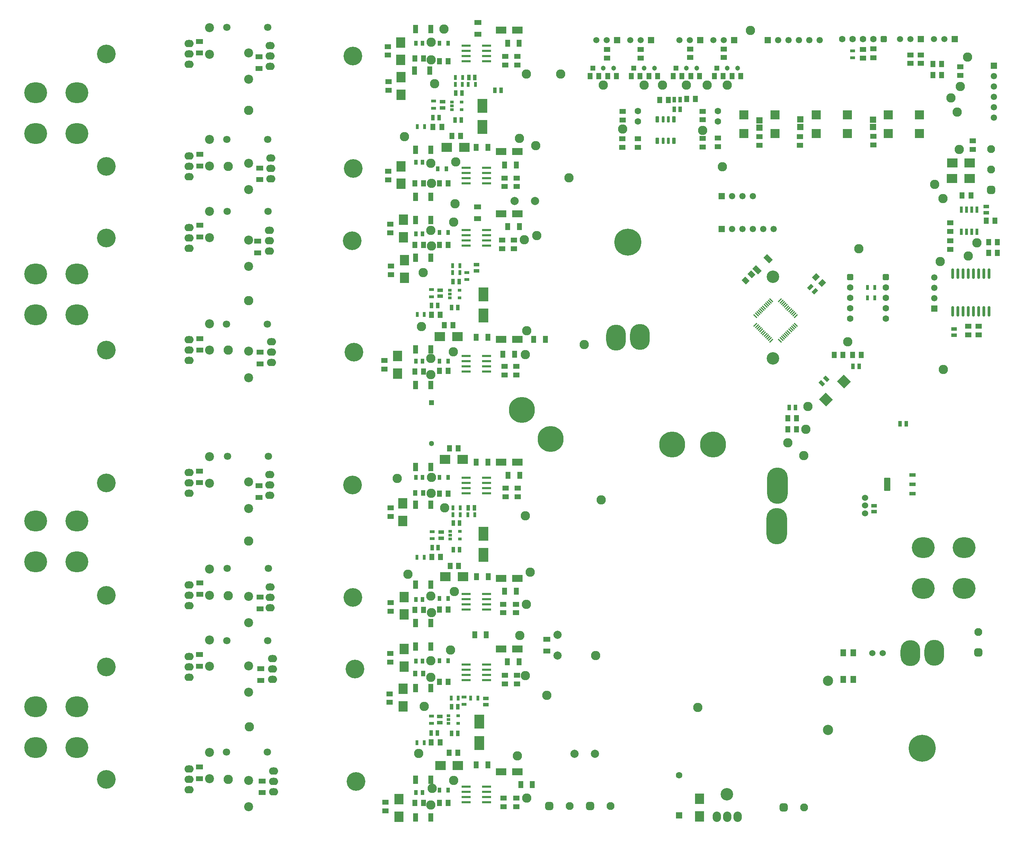
<source format=gbr>
%TF.GenerationSoftware,Altium Limited,Altium Designer,21.6.4 (81)*%
G04 Layer_Color=255*
%FSLAX43Y43*%
%MOMM*%
%TF.SameCoordinates,B094594F-E5AE-4C03-B854-EF891E02AD71*%
%TF.FilePolarity,Positive*%
%TF.FileFunction,Pads,Bot*%
%TF.Part,Single*%
G01*
G75*
%TA.AperFunction,SMDPad,CuDef*%
%ADD18R,1.350X0.950*%
%ADD19R,1.508X1.157*%
%TA.AperFunction,ComponentPad*%
%ADD56C,2.286*%
%ADD57C,2.000*%
%ADD58C,1.950*%
G04:AMPARAMS|DCode=59|XSize=1.95mm|YSize=1.95mm|CornerRadius=0.488mm|HoleSize=0mm|Usage=FLASHONLY|Rotation=90.000|XOffset=0mm|YOffset=0mm|HoleType=Round|Shape=RoundedRectangle|*
%AMROUNDEDRECTD59*
21,1,1.950,0.975,0,0,90.0*
21,1,0.975,1.950,0,0,90.0*
1,1,0.975,0.488,0.488*
1,1,0.975,0.488,-0.488*
1,1,0.975,-0.488,-0.488*
1,1,0.975,-0.488,0.488*
%
%ADD59ROUNDEDRECTD59*%
%ADD60C,1.800*%
%ADD61C,2.200*%
%ADD62C,1.550*%
%ADD63R,1.550X1.550*%
%ADD64R,1.600X1.600*%
%ADD65C,1.600*%
%ADD66C,1.300*%
%ADD67R,1.300X1.300*%
%ADD68O,5.588X5.080*%
%ADD69C,2.500*%
%ADD70C,6.350*%
G04:AMPARAMS|DCode=71|XSize=1.95mm|YSize=1.95mm|CornerRadius=0.488mm|HoleSize=0mm|Usage=FLASHONLY|Rotation=0.000|XOffset=0mm|YOffset=0mm|HoleType=Round|Shape=RoundedRectangle|*
%AMROUNDEDRECTD71*
21,1,1.950,0.975,0,0,0.0*
21,1,0.975,1.950,0,0,0.0*
1,1,0.975,0.488,-0.488*
1,1,0.975,-0.488,-0.488*
1,1,0.975,-0.488,0.488*
1,1,0.975,0.488,0.488*
%
%ADD71ROUNDEDRECTD71*%
%ADD72C,1.524*%
%ADD73O,5.080X8.890*%
G04:AMPARAMS|DCode=74|XSize=1.6mm|YSize=1.6mm|CornerRadius=0.4mm|HoleSize=0mm|Usage=FLASHONLY|Rotation=270.000|XOffset=0mm|YOffset=0mm|HoleType=Round|Shape=RoundedRectangle|*
%AMROUNDEDRECTD74*
21,1,1.600,0.800,0,0,270.0*
21,1,0.800,1.600,0,0,270.0*
1,1,0.800,-0.400,-0.400*
1,1,0.800,-0.400,0.400*
1,1,0.800,0.400,0.400*
1,1,0.800,0.400,-0.400*
%
%ADD74ROUNDEDRECTD74*%
%ADD75O,4.826X6.350*%
%ADD76C,6.604*%
%ADD78C,3.048*%
%ADD79R,1.550X1.550*%
%ADD80O,2.286X1.778*%
%ADD81C,4.572*%
%ADD82R,2.286X2.286*%
%ADD83R,1.200X1.200*%
%ADD84C,1.200*%
G04:AMPARAMS|DCode=85|XSize=1.6mm|YSize=1.6mm|CornerRadius=0.4mm|HoleSize=0mm|Usage=FLASHONLY|Rotation=180.000|XOffset=0mm|YOffset=0mm|HoleType=Round|Shape=RoundedRectangle|*
%AMROUNDEDRECTD85*
21,1,1.600,0.800,0,0,180.0*
21,1,0.800,1.600,0,0,180.0*
1,1,0.800,-0.400,0.400*
1,1,0.800,0.400,0.400*
1,1,0.800,0.400,-0.400*
1,1,0.800,-0.400,-0.400*
%
%ADD85ROUNDEDRECTD85*%
%ADD86R,1.500X1.500*%
%ADD87C,1.500*%
%TA.AperFunction,SMDPad,CuDef*%
%ADD96R,1.508X1.207*%
%ADD97R,1.157X1.508*%
%ADD98R,2.450X3.400*%
%ADD99R,2.500X2.300*%
%ADD100R,1.207X1.508*%
%ADD101R,0.950X1.350*%
%ADD102R,2.300X2.500*%
%ADD103R,0.650X1.525*%
%ADD104R,0.757X1.308*%
%ADD105R,1.308X0.757*%
%ADD106R,1.300X1.800*%
%ADD107R,1.800X1.300*%
%ADD108R,1.450X1.800*%
%ADD109R,1.250X2.000*%
%ADD110R,0.900X0.650*%
G04:AMPARAMS|DCode=111|XSize=1.25mm|YSize=2mm|CornerRadius=0mm|HoleSize=0mm|Usage=FLASHONLY|Rotation=225.000|XOffset=0mm|YOffset=0mm|HoleType=Round|Shape=Rectangle|*
%AMROTATEDRECTD111*
4,1,4,-0.265,1.149,1.149,-0.265,0.265,-1.149,-1.149,0.265,-0.265,1.149,0.0*
%
%ADD111ROTATEDRECTD111*%

%ADD112R,2.270X0.558*%
G04:AMPARAMS|DCode=113|XSize=1.194mm|YSize=0.305mm|CornerRadius=0mm|HoleSize=0mm|Usage=FLASHONLY|Rotation=225.000|XOffset=0mm|YOffset=0mm|HoleType=Round|Shape=Rectangle|*
%AMROTATEDRECTD113*
4,1,4,0.314,0.530,0.530,0.314,-0.314,-0.530,-0.530,-0.314,0.314,0.530,0.0*
%
%ADD113ROTATEDRECTD113*%

G04:AMPARAMS|DCode=114|XSize=1.194mm|YSize=0.305mm|CornerRadius=0mm|HoleSize=0mm|Usage=FLASHONLY|Rotation=135.000|XOffset=0mm|YOffset=0mm|HoleType=Round|Shape=Rectangle|*
%AMROTATEDRECTD114*
4,1,4,0.530,-0.314,0.314,-0.530,-0.530,0.314,-0.314,0.530,0.530,-0.314,0.0*
%
%ADD114ROTATEDRECTD114*%

%ADD115O,0.700X2.600*%
G04:AMPARAMS|DCode=116|XSize=0.9mm|YSize=1.45mm|CornerRadius=0.05mm|HoleSize=0mm|Usage=FLASHONLY|Rotation=90.000|XOffset=0mm|YOffset=0mm|HoleType=Round|Shape=RoundedRectangle|*
%AMROUNDEDRECTD116*
21,1,0.900,1.351,0,0,90.0*
21,1,0.801,1.450,0,0,90.0*
1,1,0.099,0.676,0.401*
1,1,0.099,0.676,-0.401*
1,1,0.099,-0.676,-0.401*
1,1,0.099,-0.676,0.401*
%
%ADD116ROUNDEDRECTD116*%
G04:AMPARAMS|DCode=117|XSize=3.15mm|YSize=1.45mm|CornerRadius=0.051mm|HoleSize=0mm|Usage=FLASHONLY|Rotation=90.000|XOffset=0mm|YOffset=0mm|HoleType=Round|Shape=RoundedRectangle|*
%AMROUNDEDRECTD117*
21,1,3.150,1.349,0,0,90.0*
21,1,3.049,1.450,0,0,90.0*
1,1,0.102,0.674,1.524*
1,1,0.102,0.674,-1.524*
1,1,0.102,-0.674,-1.524*
1,1,0.102,-0.674,1.524*
%
%ADD117ROUNDEDRECTD117*%
%ADD118R,0.900X1.200*%
%ADD119R,0.808X1.262*%
%ADD120R,1.007X1.408*%
G04:AMPARAMS|DCode=121|XSize=1.207mm|YSize=1.508mm|CornerRadius=0mm|HoleSize=0mm|Usage=FLASHONLY|Rotation=315.000|XOffset=0mm|YOffset=0mm|HoleType=Round|Shape=Rectangle|*
%AMROTATEDRECTD121*
4,1,4,-0.960,-0.107,0.107,0.960,0.960,0.107,-0.107,-0.960,-0.960,-0.107,0.0*
%
%ADD121ROTATEDRECTD121*%

G04:AMPARAMS|DCode=122|XSize=1.207mm|YSize=1.508mm|CornerRadius=0mm|HoleSize=0mm|Usage=FLASHONLY|Rotation=45.000|XOffset=0mm|YOffset=0mm|HoleType=Round|Shape=Rectangle|*
%AMROTATEDRECTD122*
4,1,4,0.107,-0.960,-0.960,0.107,-0.107,0.960,0.960,-0.107,0.107,-0.960,0.0*
%
%ADD122ROTATEDRECTD122*%

G04:AMPARAMS|DCode=123|XSize=0.8mm|YSize=1.6mm|CornerRadius=0.2mm|HoleSize=0mm|Usage=FLASHONLY|Rotation=0.000|XOffset=0mm|YOffset=0mm|HoleType=Round|Shape=RoundedRectangle|*
%AMROUNDEDRECTD123*
21,1,0.800,1.200,0,0,0.0*
21,1,0.400,1.600,0,0,0.0*
1,1,0.400,0.200,-0.600*
1,1,0.400,-0.200,-0.600*
1,1,0.400,-0.200,0.600*
1,1,0.400,0.200,0.600*
%
%ADD123ROUNDEDRECTD123*%
G04:AMPARAMS|DCode=124|XSize=0.6mm|YSize=1.6mm|CornerRadius=0.15mm|HoleSize=0mm|Usage=FLASHONLY|Rotation=0.000|XOffset=0mm|YOffset=0mm|HoleType=Round|Shape=RoundedRectangle|*
%AMROUNDEDRECTD124*
21,1,0.600,1.300,0,0,0.0*
21,1,0.300,1.600,0,0,0.0*
1,1,0.300,0.150,-0.650*
1,1,0.300,-0.150,-0.650*
1,1,0.300,-0.150,0.650*
1,1,0.300,0.150,0.650*
%
%ADD124ROUNDEDRECTD124*%
%ADD125R,2.500X1.700*%
%ADD126R,1.556X1.505*%
G04:AMPARAMS|DCode=127|XSize=0.95mm|YSize=1.35mm|CornerRadius=0mm|HoleSize=0mm|Usage=FLASHONLY|Rotation=135.000|XOffset=0mm|YOffset=0mm|HoleType=Round|Shape=Rectangle|*
%AMROTATEDRECTD127*
4,1,4,0.813,0.141,-0.141,-0.813,-0.813,-0.141,0.141,0.813,0.813,0.141,0.0*
%
%ADD127ROTATEDRECTD127*%

G04:AMPARAMS|DCode=128|XSize=0.95mm|YSize=1.35mm|CornerRadius=0mm|HoleSize=0mm|Usage=FLASHONLY|Rotation=45.000|XOffset=0mm|YOffset=0mm|HoleType=Round|Shape=Rectangle|*
%AMROTATEDRECTD128*
4,1,4,0.141,-0.813,-0.813,0.141,-0.141,0.813,0.813,-0.141,0.141,-0.813,0.0*
%
%ADD128ROTATEDRECTD128*%

G04:AMPARAMS|DCode=129|XSize=2.45mm|YSize=2.35mm|CornerRadius=0mm|HoleSize=0mm|Usage=FLASHONLY|Rotation=315.000|XOffset=0mm|YOffset=0mm|HoleType=Round|Shape=Rectangle|*
%AMROTATEDRECTD129*
4,1,4,-1.697,0.035,-0.035,1.697,1.697,-0.035,0.035,-1.697,-1.697,0.035,0.0*
%
%ADD129ROTATEDRECTD129*%

%TA.AperFunction,ComponentPad*%
%ADD136O,2.032X2.540*%
D18*
X114718Y137525D02*
D03*
Y139025D02*
D03*
X117000Y31350D02*
D03*
Y32850D02*
D03*
X231505Y123275D02*
D03*
Y121775D02*
D03*
X106418Y178898D02*
D03*
Y177398D02*
D03*
X106072Y72050D02*
D03*
Y73550D02*
D03*
X105852Y132775D02*
D03*
Y131275D02*
D03*
X105792Y28400D02*
D03*
Y26900D02*
D03*
X211975Y80036D02*
D03*
Y78536D02*
D03*
X239350Y153237D02*
D03*
Y151737D02*
D03*
D19*
X230550Y144876D02*
D03*
Y142724D02*
D03*
X211755Y189649D02*
D03*
Y191801D02*
D03*
X209215Y191679D02*
D03*
Y189527D02*
D03*
X230550Y147099D02*
D03*
Y149251D02*
D03*
D56*
X126718Y77525D02*
D03*
X109525Y153875D02*
D03*
X131950Y33625D02*
D03*
X143875Y43342D02*
D03*
X129225Y168112D02*
D03*
X194750Y92300D02*
D03*
X127850Y63775D02*
D03*
X125218Y169873D02*
D03*
X135350Y185675D02*
D03*
X124718Y18757D02*
D03*
X127050Y122825D02*
D03*
X125350Y48250D02*
D03*
X129488Y146113D02*
D03*
X101969Y30875D02*
D03*
X101718Y137075D02*
D03*
X106922Y79500D02*
D03*
X104501Y183300D02*
D03*
X174825Y162975D02*
D03*
X228900Y113325D02*
D03*
X195750Y104325D02*
D03*
X168825Y30667D02*
D03*
X226800Y158625D02*
D03*
X233000Y182570D02*
D03*
X237120Y144379D02*
D03*
X234990Y141097D02*
D03*
X232799Y167199D02*
D03*
X230757Y179815D02*
D03*
X232302Y176342D02*
D03*
X228750Y155200D02*
D03*
X208225Y142862D02*
D03*
X228079Y139778D02*
D03*
X103718Y158871D02*
D03*
X103593Y6760D02*
D03*
X103693Y189088D02*
D03*
X103694Y83051D02*
D03*
X103768Y143550D02*
D03*
X103593Y37966D02*
D03*
X58993Y176775D02*
D03*
Y71350D02*
D03*
Y130200D02*
D03*
X59243Y25875D02*
D03*
X141043Y119425D02*
D03*
X97150Y170350D02*
D03*
X97983Y63208D02*
D03*
X103769Y53859D02*
D03*
X54000Y163054D02*
D03*
Y58000D02*
D03*
X137330Y160275D02*
D03*
X126932Y55825D02*
D03*
X103593Y163840D02*
D03*
X103605Y57890D02*
D03*
X109693Y164125D02*
D03*
X109293Y59002D02*
D03*
X126900Y185700D02*
D03*
X145256Y81400D02*
D03*
X103693Y193481D02*
D03*
X103715Y86929D02*
D03*
X106818Y196648D02*
D03*
X95368Y86649D02*
D03*
X101325Y123875D02*
D03*
X100596Y19400D02*
D03*
X103593Y112106D02*
D03*
X54000Y118054D02*
D03*
Y13054D02*
D03*
X126718Y117025D02*
D03*
X126993Y8455D02*
D03*
X103605Y116025D02*
D03*
X103868Y10843D02*
D03*
X109093Y117702D02*
D03*
X109193Y12775D02*
D03*
X126468Y145100D02*
D03*
X126718Y38401D02*
D03*
X103605Y147391D02*
D03*
X103593Y42065D02*
D03*
X109173Y149410D02*
D03*
X108418Y44724D02*
D03*
X166035Y182914D02*
D03*
X145715D02*
D03*
X176068D02*
D03*
X155748D02*
D03*
X170023Y171867D02*
D03*
X150469Y172181D02*
D03*
X171115Y182914D02*
D03*
X160193D02*
D03*
X181684Y196300D02*
D03*
X234827Y189798D02*
D03*
X195229Y98675D02*
D03*
X205517Y120125D02*
D03*
X190862Y95445D02*
D03*
D57*
X138700Y19250D02*
D03*
X143700D02*
D03*
X129025Y154550D02*
D03*
X124025D02*
D03*
X134575Y43375D02*
D03*
Y48375D02*
D03*
D58*
X240575Y167275D02*
D03*
Y162275D02*
D03*
X137500Y6500D02*
D03*
X194875Y6200D02*
D03*
X237400Y49075D02*
D03*
X147500Y6500D02*
D03*
D59*
X240575Y157275D02*
D03*
X237400Y44075D02*
D03*
D60*
X63850Y92075D02*
D03*
X53850D02*
D03*
X63675Y197075D02*
D03*
X53675D02*
D03*
X63675Y169675D02*
D03*
X53675D02*
D03*
X63825Y64650D02*
D03*
X53825D02*
D03*
X63625Y124425D02*
D03*
X53625D02*
D03*
X63600Y19675D02*
D03*
X53600D02*
D03*
X63775Y152025D02*
D03*
X53775D02*
D03*
X63675Y47000D02*
D03*
X53675D02*
D03*
D61*
X49500Y64504D02*
D03*
Y58054D02*
D03*
Y169625D02*
D03*
Y163175D02*
D03*
X59000Y51350D02*
D03*
Y57800D02*
D03*
Y163800D02*
D03*
Y157350D02*
D03*
X49500Y190525D02*
D03*
Y196975D02*
D03*
Y91975D02*
D03*
Y85525D02*
D03*
X59000Y190800D02*
D03*
Y184350D02*
D03*
Y79350D02*
D03*
Y85800D02*
D03*
X49500Y124525D02*
D03*
Y118075D02*
D03*
Y19650D02*
D03*
Y13200D02*
D03*
X59000Y117800D02*
D03*
Y111350D02*
D03*
Y6350D02*
D03*
Y12800D02*
D03*
X49500Y40691D02*
D03*
Y47141D02*
D03*
Y152050D02*
D03*
Y145600D02*
D03*
X59000Y145025D02*
D03*
Y138575D02*
D03*
Y34350D02*
D03*
Y40800D02*
D03*
D62*
X226675Y135835D02*
D03*
Y133295D02*
D03*
Y130755D02*
D03*
X187413Y147725D02*
D03*
X184873Y147725D02*
D03*
X182333D02*
D03*
X179793D02*
D03*
X177253D02*
D03*
X188514Y193963D02*
D03*
X191054D02*
D03*
X193594D02*
D03*
X196134D02*
D03*
X198674D02*
D03*
X177253Y155748D02*
D03*
X179793D02*
D03*
X182333D02*
D03*
X241225Y174950D02*
D03*
Y177490D02*
D03*
Y180030D02*
D03*
Y182570D02*
D03*
Y185110D02*
D03*
D63*
X226675Y128215D02*
D03*
X241225Y187650D02*
D03*
D64*
X164300Y4237D02*
D03*
D65*
Y14013D02*
D03*
X214834Y130859D02*
D03*
Y133399D02*
D03*
Y128319D02*
D03*
Y125779D02*
D03*
X204135Y194217D02*
D03*
X206675D02*
D03*
X211755D02*
D03*
X209215D02*
D03*
X206120Y125800D02*
D03*
Y128340D02*
D03*
Y133420D02*
D03*
Y130880D02*
D03*
X173782Y174024D02*
D03*
Y176564D02*
D03*
X154224Y174024D02*
D03*
Y176564D02*
D03*
D66*
X103751Y95250D02*
D03*
D67*
Y105250D02*
D03*
D68*
X7000Y181125D02*
D03*
Y171125D02*
D03*
X17000D02*
D03*
Y181125D02*
D03*
X7000Y76275D02*
D03*
Y66275D02*
D03*
X17000D02*
D03*
Y76275D02*
D03*
X7000Y136725D02*
D03*
Y126725D02*
D03*
X17000D02*
D03*
Y136725D02*
D03*
X7000Y30775D02*
D03*
Y20775D02*
D03*
X17000D02*
D03*
Y30775D02*
D03*
X223925Y59725D02*
D03*
Y69725D02*
D03*
X233925D02*
D03*
Y59725D02*
D03*
D69*
X200675Y25125D02*
D03*
Y37125D02*
D03*
D70*
X132893Y96339D02*
D03*
X125822Y103411D02*
D03*
X162593Y95000D02*
D03*
X172593D02*
D03*
D71*
X132500Y6500D02*
D03*
X189875Y6200D02*
D03*
X142500Y6500D02*
D03*
D72*
X209779Y81953D02*
D03*
Y80048D02*
D03*
Y78143D02*
D03*
X214037Y43916D02*
D03*
X211537D02*
D03*
D73*
X188316Y84874D02*
D03*
X188189Y74968D02*
D03*
D74*
X214834Y135939D02*
D03*
X206120Y135960D02*
D03*
D75*
X154674Y121298D02*
D03*
X148832Y121171D02*
D03*
X226671Y44043D02*
D03*
X220829Y43916D02*
D03*
D76*
X151753Y144539D02*
D03*
X223750Y20675D02*
D03*
D78*
X175933Y9361D02*
D03*
X187218Y116076D02*
D03*
Y136015D02*
D03*
D79*
X174713Y147725D02*
D03*
X185974Y193963D02*
D03*
X174713Y155748D02*
D03*
D80*
X44451Y165594D02*
D03*
Y163054D02*
D03*
Y160514D02*
D03*
Y55514D02*
D03*
Y58054D02*
D03*
Y60594D02*
D03*
X64417Y160006D02*
D03*
Y162546D02*
D03*
Y165086D02*
D03*
X64317Y60086D02*
D03*
Y57546D02*
D03*
Y55006D02*
D03*
X44451Y193094D02*
D03*
Y190554D02*
D03*
Y188014D02*
D03*
Y88094D02*
D03*
Y85554D02*
D03*
Y83014D02*
D03*
Y15594D02*
D03*
Y13054D02*
D03*
Y10514D02*
D03*
X64317Y187506D02*
D03*
Y190046D02*
D03*
Y192586D02*
D03*
X64217Y82506D02*
D03*
Y85046D02*
D03*
Y87586D02*
D03*
X65117Y15086D02*
D03*
Y12546D02*
D03*
Y10006D02*
D03*
X44451Y115514D02*
D03*
Y118054D02*
D03*
Y120594D02*
D03*
X64617Y120086D02*
D03*
Y117546D02*
D03*
Y115006D02*
D03*
X44451Y43094D02*
D03*
Y40554D02*
D03*
Y38014D02*
D03*
Y143014D02*
D03*
Y145554D02*
D03*
Y148094D02*
D03*
X64117Y147386D02*
D03*
Y144846D02*
D03*
Y142306D02*
D03*
X64834Y42586D02*
D03*
Y40046D02*
D03*
Y37506D02*
D03*
D81*
X24258Y163054D02*
D03*
Y58054D02*
D03*
X84610Y162546D02*
D03*
X84510Y57546D02*
D03*
X24258Y190554D02*
D03*
Y85554D02*
D03*
Y13054D02*
D03*
X84510Y190046D02*
D03*
X84410Y85046D02*
D03*
X85310Y12546D02*
D03*
X24258Y118054D02*
D03*
X84810Y117546D02*
D03*
X24258Y40554D02*
D03*
Y145554D02*
D03*
X84310Y144846D02*
D03*
X85027Y40046D02*
D03*
D82*
X197785Y175675D02*
D03*
Y171103D02*
D03*
X205405D02*
D03*
Y175675D02*
D03*
X180132D02*
D03*
Y171103D02*
D03*
X187752D02*
D03*
Y175675D02*
D03*
X215438D02*
D03*
Y171103D02*
D03*
X223058D02*
D03*
Y175675D02*
D03*
D83*
X163495Y187105D02*
D03*
X143175D02*
D03*
X173528D02*
D03*
X153208D02*
D03*
D84*
X166035D02*
D03*
X168575D02*
D03*
X145715D02*
D03*
X148255D02*
D03*
X176068D02*
D03*
X178608D02*
D03*
X155748D02*
D03*
X158288D02*
D03*
D85*
X214295Y194217D02*
D03*
D86*
X169464Y193963D02*
D03*
X149144D02*
D03*
X177719D02*
D03*
X157399D02*
D03*
X231650Y194225D02*
D03*
X223360D02*
D03*
D87*
X166924Y193963D02*
D03*
X164384D02*
D03*
X144064D02*
D03*
X146604D02*
D03*
X172639D02*
D03*
X175179D02*
D03*
X154859D02*
D03*
X152319D02*
D03*
X226570Y194225D02*
D03*
X229110D02*
D03*
X218280D02*
D03*
X220820D02*
D03*
D96*
X93525Y31873D02*
D03*
Y33975D02*
D03*
X93750Y56248D02*
D03*
Y54147D02*
D03*
X93143Y159782D02*
D03*
Y161883D02*
D03*
X93750Y79451D02*
D03*
Y77349D02*
D03*
X93225Y183801D02*
D03*
Y181699D02*
D03*
X93089Y192378D02*
D03*
Y190277D02*
D03*
X92225Y113424D02*
D03*
Y115526D02*
D03*
X93818Y138676D02*
D03*
Y136574D02*
D03*
X93690Y148901D02*
D03*
Y146799D02*
D03*
X92509Y5305D02*
D03*
Y7407D02*
D03*
X93700Y43826D02*
D03*
Y41724D02*
D03*
X234952Y123901D02*
D03*
Y121799D02*
D03*
X124393Y55900D02*
D03*
Y53798D02*
D03*
X121024Y145010D02*
D03*
Y142908D02*
D03*
X193864Y168249D02*
D03*
Y170351D02*
D03*
X183945Y170335D02*
D03*
Y168233D02*
D03*
X211741Y170401D02*
D03*
Y168299D02*
D03*
X166975Y191788D02*
D03*
Y189687D02*
D03*
X146655Y191661D02*
D03*
Y189560D02*
D03*
X170023Y174447D02*
D03*
Y176548D02*
D03*
X150482Y176531D02*
D03*
Y174429D02*
D03*
X170023Y167799D02*
D03*
Y169901D02*
D03*
X150414Y169799D02*
D03*
Y167697D02*
D03*
X173782Y167872D02*
D03*
Y169974D02*
D03*
X154224Y169799D02*
D03*
Y167697D02*
D03*
X175230Y191788D02*
D03*
Y189687D02*
D03*
X154910Y191696D02*
D03*
Y189594D02*
D03*
X121596Y158108D02*
D03*
Y160210D02*
D03*
X124596Y158108D02*
D03*
Y160210D02*
D03*
X121293Y53798D02*
D03*
Y55900D02*
D03*
X121768Y190001D02*
D03*
Y187899D02*
D03*
X124768D02*
D03*
Y190001D02*
D03*
X121850Y84301D02*
D03*
Y82199D02*
D03*
X124850D02*
D03*
Y84301D02*
D03*
X121386Y6353D02*
D03*
Y8455D02*
D03*
X124493Y112027D02*
D03*
Y114129D02*
D03*
X121568D02*
D03*
Y112027D02*
D03*
X124448Y6353D02*
D03*
Y8455D02*
D03*
X223360Y188249D02*
D03*
Y190351D02*
D03*
X220820Y188249D02*
D03*
Y190351D02*
D03*
X121649Y38473D02*
D03*
Y36372D02*
D03*
X123857Y142908D02*
D03*
Y145010D02*
D03*
X124693Y36372D02*
D03*
Y38473D02*
D03*
X237530Y123901D02*
D03*
Y121799D02*
D03*
X233000Y187401D02*
D03*
Y185299D02*
D03*
X236092Y167199D02*
D03*
Y169301D02*
D03*
D97*
X106246Y172725D02*
D03*
X104094D02*
D03*
X239349Y149775D02*
D03*
X241501D02*
D03*
X235641Y155964D02*
D03*
X233489D02*
D03*
X242098Y144499D02*
D03*
X239947D02*
D03*
X105952Y67450D02*
D03*
X103800D02*
D03*
X105867Y126710D02*
D03*
X103716D02*
D03*
X105844Y22100D02*
D03*
X103692D02*
D03*
X239947Y141851D02*
D03*
X242098D02*
D03*
D98*
X116400Y67975D02*
D03*
Y73175D02*
D03*
X116450Y126534D02*
D03*
Y131734D02*
D03*
X115450Y21950D02*
D03*
Y27150D02*
D03*
X116200Y177910D02*
D03*
Y172710D02*
D03*
D99*
X235275Y160100D02*
D03*
X230975D02*
D03*
X235350Y163925D02*
D03*
X231050D02*
D03*
X107143Y62600D02*
D03*
X111443D02*
D03*
X107450Y167675D02*
D03*
X111750D02*
D03*
X111325Y91300D02*
D03*
X107025D02*
D03*
X105899Y16432D02*
D03*
X110199D02*
D03*
X105800Y121385D02*
D03*
X110100D02*
D03*
D100*
X110373Y65300D02*
D03*
X108272D02*
D03*
X108717Y170475D02*
D03*
X110819D02*
D03*
X108124Y94050D02*
D03*
X110226D02*
D03*
X106899Y124199D02*
D03*
X109001D02*
D03*
X108048Y19525D02*
D03*
X110150D02*
D03*
X99667Y158871D02*
D03*
X101769D02*
D03*
Y54496D02*
D03*
X99667D02*
D03*
X105667Y158871D02*
D03*
X107769D02*
D03*
X105667Y54623D02*
D03*
X107769D02*
D03*
X167194Y185149D02*
D03*
X169295D02*
D03*
X146874D02*
D03*
X148975D02*
D03*
X162876D02*
D03*
X164977D02*
D03*
X142556D02*
D03*
X144657D02*
D03*
X177227D02*
D03*
X179328D02*
D03*
X156907D02*
D03*
X159008D02*
D03*
X172909D02*
D03*
X175010D02*
D03*
X152589D02*
D03*
X154690D02*
D03*
X168279Y179561D02*
D03*
X166178D02*
D03*
X161675Y179307D02*
D03*
X159574D02*
D03*
X101767Y189456D02*
D03*
X99665D02*
D03*
X192969Y101425D02*
D03*
X190867D02*
D03*
X206717Y116875D02*
D03*
X208819D02*
D03*
X190862Y98675D02*
D03*
X192964D02*
D03*
X202192Y116875D02*
D03*
X204294D02*
D03*
X107769Y188831D02*
D03*
X105667D02*
D03*
X107769Y82965D02*
D03*
X105667D02*
D03*
X101769Y7260D02*
D03*
X99667D02*
D03*
X105667D02*
D03*
X107769D02*
D03*
X228476Y185375D02*
D03*
X226374D02*
D03*
X228476Y188125D02*
D03*
X226374D02*
D03*
X99667Y112860D02*
D03*
X101769D02*
D03*
X107769Y112987D02*
D03*
X105667D02*
D03*
Y36897D02*
D03*
X107769D02*
D03*
X99667Y143843D02*
D03*
X101769D02*
D03*
X107769D02*
D03*
X105667D02*
D03*
D101*
X114343Y184850D02*
D03*
X112843D02*
D03*
X114216Y79500D02*
D03*
X112716D02*
D03*
X219800Y100100D02*
D03*
X218300D02*
D03*
X120715Y181718D02*
D03*
X119215D02*
D03*
X109518Y174360D02*
D03*
X111018D02*
D03*
X108677Y128479D02*
D03*
X110177D02*
D03*
X108655Y24275D02*
D03*
X110155D02*
D03*
X109072Y69275D02*
D03*
X110572D02*
D03*
X111168Y180993D02*
D03*
X109668D02*
D03*
X110572Y75772D02*
D03*
X109072D02*
D03*
X110528Y134869D02*
D03*
X109028D02*
D03*
X110155Y30831D02*
D03*
X108655D02*
D03*
X192741Y104000D02*
D03*
X191241D02*
D03*
X206793Y114151D02*
D03*
X208293D02*
D03*
X163050Y179434D02*
D03*
X164550D02*
D03*
X163050Y177021D02*
D03*
X164550D02*
D03*
X105368Y69775D02*
D03*
X103868D02*
D03*
X104100Y174985D02*
D03*
X105600D02*
D03*
X105271Y128979D02*
D03*
X103771D02*
D03*
X103660Y24375D02*
D03*
X105160D02*
D03*
D102*
X97025Y53373D02*
D03*
Y57673D02*
D03*
X96318Y158782D02*
D03*
Y163082D02*
D03*
X96700Y80550D02*
D03*
Y76250D02*
D03*
X96300Y184900D02*
D03*
Y180600D02*
D03*
X96188Y193405D02*
D03*
Y189105D02*
D03*
X95743Y3856D02*
D03*
Y8156D02*
D03*
X95450Y112325D02*
D03*
Y116625D02*
D03*
X97100Y140125D02*
D03*
Y135825D02*
D03*
X169250Y4000D02*
D03*
Y8300D02*
D03*
X96850Y150000D02*
D03*
Y145700D02*
D03*
X96775Y35175D02*
D03*
Y30875D02*
D03*
X97025Y44925D02*
D03*
Y40625D02*
D03*
D103*
X237105Y147063D02*
D03*
X235835D02*
D03*
X234565D02*
D03*
X233295D02*
D03*
Y152487D02*
D03*
X234565D02*
D03*
X235835D02*
D03*
X237105D02*
D03*
D104*
X108899Y138775D02*
D03*
X110651D02*
D03*
X113344Y32900D02*
D03*
X115096D02*
D03*
X108999Y79500D02*
D03*
X110751D02*
D03*
X109575Y184850D02*
D03*
X111327D02*
D03*
X112717Y183093D02*
D03*
X114469D02*
D03*
X109542Y183093D02*
D03*
X111294D02*
D03*
X108997Y77822D02*
D03*
X110748D02*
D03*
X108902Y137020D02*
D03*
X110654D02*
D03*
X108529Y32900D02*
D03*
X110281D02*
D03*
X100292Y172804D02*
D03*
X102044D02*
D03*
X100167Y67350D02*
D03*
X101919D02*
D03*
X112589Y77784D02*
D03*
X114341D02*
D03*
X210324Y133399D02*
D03*
X212076D02*
D03*
Y130859D02*
D03*
X210324D02*
D03*
X100240Y126790D02*
D03*
X101992D02*
D03*
X100217Y21986D02*
D03*
X101969D02*
D03*
D105*
X111668Y31399D02*
D03*
Y33151D02*
D03*
X112347Y135344D02*
D03*
Y137095D02*
D03*
X104218Y179023D02*
D03*
Y177272D02*
D03*
X103897Y73676D02*
D03*
Y71924D02*
D03*
X103771Y132901D02*
D03*
Y131149D02*
D03*
X103718Y28526D02*
D03*
Y26774D02*
D03*
X206675Y191356D02*
D03*
Y189604D02*
D03*
D106*
X128718Y120698D02*
D03*
X131568D02*
D03*
X117522Y121248D02*
D03*
X114672D02*
D03*
X114697Y167675D02*
D03*
X117547D02*
D03*
X124470Y163350D02*
D03*
X121620D02*
D03*
X114775Y62600D02*
D03*
X117625D02*
D03*
X124443Y59075D02*
D03*
X121593D02*
D03*
X125193Y193175D02*
D03*
X122343D02*
D03*
X117522Y90691D02*
D03*
X114672D02*
D03*
X125293Y87404D02*
D03*
X122443D02*
D03*
X117525Y16575D02*
D03*
X114675D02*
D03*
X124061Y117065D02*
D03*
X121211D02*
D03*
X128418Y11723D02*
D03*
X125568D02*
D03*
X117150Y48400D02*
D03*
X114300D02*
D03*
X122359Y148285D02*
D03*
X125209D02*
D03*
X122268Y41779D02*
D03*
X125118D02*
D03*
D107*
X131950Y44450D02*
D03*
Y47300D02*
D03*
X47057Y61130D02*
D03*
Y58280D02*
D03*
X47100Y165975D02*
D03*
Y163125D02*
D03*
X61800Y54800D02*
D03*
Y57650D02*
D03*
X61725Y159800D02*
D03*
Y162650D02*
D03*
X47025Y190800D02*
D03*
Y193650D02*
D03*
X47050Y88500D02*
D03*
Y85650D02*
D03*
X61575Y189865D02*
D03*
Y187015D02*
D03*
X61600Y82050D02*
D03*
Y84900D02*
D03*
X47073Y118080D02*
D03*
Y120930D02*
D03*
X61800Y114725D02*
D03*
Y117575D02*
D03*
X46975Y16075D02*
D03*
Y13225D02*
D03*
X62300Y9764D02*
D03*
Y12614D02*
D03*
X47025Y43550D02*
D03*
Y40700D02*
D03*
X62025Y37275D02*
D03*
Y40125D02*
D03*
X47075Y148630D02*
D03*
Y145780D02*
D03*
X115043Y195386D02*
D03*
Y198236D02*
D03*
X115023Y153139D02*
D03*
Y150289D02*
D03*
X61213Y144725D02*
D03*
Y141875D02*
D03*
D108*
X204400Y37450D02*
D03*
Y44000D02*
D03*
X206850Y37450D02*
D03*
Y44000D02*
D03*
D109*
X99843Y80275D02*
D03*
X103593D02*
D03*
X99843Y155569D02*
D03*
X103593D02*
D03*
Y51321D02*
D03*
X99843D02*
D03*
Y167130D02*
D03*
X103593D02*
D03*
Y60719D02*
D03*
X99843D02*
D03*
X103343Y186475D02*
D03*
X99593D02*
D03*
X99843Y3704D02*
D03*
X103593D02*
D03*
X99843Y196635D02*
D03*
X103593D02*
D03*
X99843Y89477D02*
D03*
X103593D02*
D03*
Y12975D02*
D03*
X99843D02*
D03*
Y109558D02*
D03*
X103593D02*
D03*
X99841Y118302D02*
D03*
X103591D02*
D03*
X103593Y35364D02*
D03*
X99843D02*
D03*
Y140668D02*
D03*
X103593D02*
D03*
X99843Y45524D02*
D03*
X103593D02*
D03*
X99843Y149939D02*
D03*
X103593D02*
D03*
D110*
X108227Y130873D02*
D03*
Y131823D02*
D03*
Y132773D02*
D03*
X110627D02*
D03*
Y130873D02*
D03*
X107855Y26700D02*
D03*
Y27650D02*
D03*
Y28600D02*
D03*
X110255D02*
D03*
Y26700D02*
D03*
X111118Y176923D02*
D03*
Y178823D02*
D03*
X108718D02*
D03*
Y177873D02*
D03*
Y176923D02*
D03*
X110672Y71850D02*
D03*
Y73750D02*
D03*
X108272D02*
D03*
Y72800D02*
D03*
Y71850D02*
D03*
D111*
X183342Y137774D02*
D03*
X185994Y140426D02*
D03*
D112*
X112204Y162715D02*
D03*
Y161445D02*
D03*
Y160175D02*
D03*
Y158905D02*
D03*
X117232D02*
D03*
Y160175D02*
D03*
Y161445D02*
D03*
Y162715D02*
D03*
Y58405D02*
D03*
Y57135D02*
D03*
Y55865D02*
D03*
Y54595D02*
D03*
X112204D02*
D03*
Y55865D02*
D03*
Y57135D02*
D03*
Y58405D02*
D03*
Y192641D02*
D03*
Y191371D02*
D03*
Y190101D02*
D03*
Y188831D02*
D03*
X117232D02*
D03*
Y190101D02*
D03*
Y191371D02*
D03*
Y192641D02*
D03*
X112204Y86881D02*
D03*
Y85611D02*
D03*
Y84341D02*
D03*
Y83071D02*
D03*
X117232D02*
D03*
Y84341D02*
D03*
Y85611D02*
D03*
Y86881D02*
D03*
Y11214D02*
D03*
Y9944D02*
D03*
Y8674D02*
D03*
Y7404D02*
D03*
X112204D02*
D03*
Y8674D02*
D03*
Y9944D02*
D03*
Y11214D02*
D03*
Y116634D02*
D03*
Y115364D02*
D03*
Y114094D02*
D03*
Y112824D02*
D03*
X117232D02*
D03*
Y114094D02*
D03*
Y115364D02*
D03*
Y116634D02*
D03*
X112204Y147490D02*
D03*
Y146220D02*
D03*
Y144950D02*
D03*
Y143680D02*
D03*
X117232D02*
D03*
Y144950D02*
D03*
Y146220D02*
D03*
Y147490D02*
D03*
X112204Y41136D02*
D03*
Y39866D02*
D03*
Y38596D02*
D03*
Y37326D02*
D03*
X117232D02*
D03*
Y38596D02*
D03*
Y39866D02*
D03*
Y41136D02*
D03*
D113*
X188948Y130309D02*
D03*
X189302Y129955D02*
D03*
X189656Y129602D02*
D03*
X190009Y129248D02*
D03*
X190363Y128895D02*
D03*
X190716Y128541D02*
D03*
X191070Y128188D02*
D03*
X191423Y127834D02*
D03*
X191777Y127480D02*
D03*
X192130Y127127D02*
D03*
X192484Y126773D02*
D03*
X192838Y126420D02*
D03*
X186827Y120409D02*
D03*
X186474Y120763D02*
D03*
X186120Y121117D02*
D03*
X185766Y121470D02*
D03*
X185413Y121824D02*
D03*
X185059Y122177D02*
D03*
X184706Y122531D02*
D03*
X184352Y122884D02*
D03*
X183999Y123238D02*
D03*
X183645Y123591D02*
D03*
X183292Y123945D02*
D03*
X182938Y124299D02*
D03*
D114*
X192838D02*
D03*
X192484Y123945D02*
D03*
X192130Y123591D02*
D03*
X191777Y123238D02*
D03*
X191423Y122884D02*
D03*
X191070Y122531D02*
D03*
X190716Y122177D02*
D03*
X190363Y121824D02*
D03*
X190009Y121470D02*
D03*
X189656Y121117D02*
D03*
X189302Y120763D02*
D03*
X188948Y120409D02*
D03*
X182938Y126420D02*
D03*
X183292Y126773D02*
D03*
X183645Y127127D02*
D03*
X183999Y127480D02*
D03*
X184352Y127834D02*
D03*
X184706Y128188D02*
D03*
X185059Y128541D02*
D03*
X185413Y128895D02*
D03*
X185766Y129248D02*
D03*
X186120Y129602D02*
D03*
X186474Y129955D02*
D03*
X186827Y130309D02*
D03*
D115*
X240070Y127550D02*
D03*
X238800D02*
D03*
X237530D02*
D03*
X236260D02*
D03*
X234990D02*
D03*
X233720D02*
D03*
X232450D02*
D03*
X231180D02*
D03*
X240070Y136800D02*
D03*
X238800D02*
D03*
X237530D02*
D03*
X236260D02*
D03*
X234990D02*
D03*
X233720D02*
D03*
X232450D02*
D03*
X231180D02*
D03*
D116*
X221350Y87525D02*
D03*
Y85225D02*
D03*
Y82925D02*
D03*
D117*
X215200Y85225D02*
D03*
D118*
X105243Y162436D02*
D03*
X107343D02*
D03*
X107768Y57290D02*
D03*
X105668D02*
D03*
X107768Y193206D02*
D03*
X105668D02*
D03*
Y86922D02*
D03*
X107768D02*
D03*
Y10435D02*
D03*
X105668D02*
D03*
Y115400D02*
D03*
X107768D02*
D03*
X105668Y42082D02*
D03*
X107768D02*
D03*
X105668Y146891D02*
D03*
X107768D02*
D03*
D119*
X99916Y164082D02*
D03*
X101520D02*
D03*
X99916Y57036D02*
D03*
X101520D02*
D03*
X99916Y193206D02*
D03*
X101520D02*
D03*
X99916Y86922D02*
D03*
X101520D02*
D03*
Y9800D02*
D03*
X99916D02*
D03*
Y115400D02*
D03*
X101520D02*
D03*
X99916Y41968D02*
D03*
X101520D02*
D03*
X99916Y146510D02*
D03*
X101520D02*
D03*
D120*
X101669Y83119D02*
D03*
X99767D02*
D03*
X101669Y38920D02*
D03*
X99767D02*
D03*
D121*
X197753Y135968D02*
D03*
X199239Y134482D02*
D03*
D122*
X180525Y135131D02*
D03*
X182011Y136617D02*
D03*
D123*
X163031Y169341D02*
D03*
X158981D02*
D03*
X163031Y174541D02*
D03*
X158981D02*
D03*
D124*
X161641Y169341D02*
D03*
X160371D02*
D03*
X161641Y174541D02*
D03*
X160371D02*
D03*
D125*
X124718Y166652D02*
D03*
X120718D02*
D03*
Y62215D02*
D03*
X124718D02*
D03*
Y196451D02*
D03*
X120718D02*
D03*
X124718Y90691D02*
D03*
X120718D02*
D03*
X124718Y14897D02*
D03*
X120718D02*
D03*
Y120698D02*
D03*
X124718D02*
D03*
Y151427D02*
D03*
X120718D02*
D03*
X124718Y44946D02*
D03*
X120718D02*
D03*
D126*
X193873Y172730D02*
D03*
Y174532D02*
D03*
X183945Y172496D02*
D03*
Y174298D02*
D03*
X211712Y172699D02*
D03*
Y174501D02*
D03*
D127*
X197435Y132449D02*
D03*
X196374Y133510D02*
D03*
D128*
X200229Y111031D02*
D03*
X199168Y109970D02*
D03*
D129*
X200174Y106022D02*
D03*
X204558Y110406D02*
D03*
D136*
X173520Y3900D02*
D03*
X176060D02*
D03*
X178600D02*
D03*
%TF.MD5,2fbf40f940b808fea27485fd971a6ce9*%
M02*

</source>
